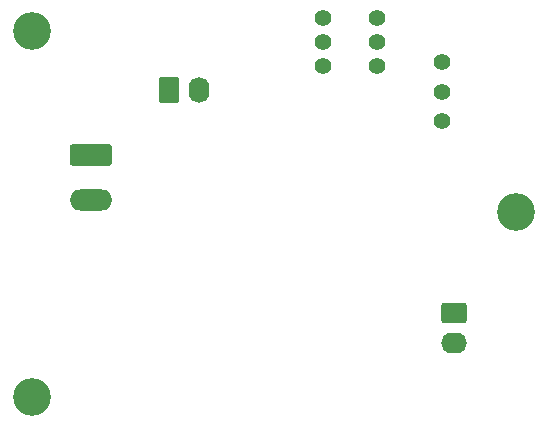
<source format=gbr>
%TF.GenerationSoftware,KiCad,Pcbnew,7.0.2-0*%
%TF.CreationDate,2023-05-10T21:03:08+08:00*%
%TF.ProjectId,LM317_supply_module,4c4d3331-375f-4737-9570-706c795f6d6f,rev?*%
%TF.SameCoordinates,Original*%
%TF.FileFunction,Soldermask,Bot*%
%TF.FilePolarity,Negative*%
%FSLAX46Y46*%
G04 Gerber Fmt 4.6, Leading zero omitted, Abs format (unit mm)*
G04 Created by KiCad (PCBNEW 7.0.2-0) date 2023-05-10 21:03:08*
%MOMM*%
%LPD*%
G01*
G04 APERTURE LIST*
G04 Aperture macros list*
%AMRoundRect*
0 Rectangle with rounded corners*
0 $1 Rounding radius*
0 $2 $3 $4 $5 $6 $7 $8 $9 X,Y pos of 4 corners*
0 Add a 4 corners polygon primitive as box body*
4,1,4,$2,$3,$4,$5,$6,$7,$8,$9,$2,$3,0*
0 Add four circle primitives for the rounded corners*
1,1,$1+$1,$2,$3*
1,1,$1+$1,$4,$5*
1,1,$1+$1,$6,$7*
1,1,$1+$1,$8,$9*
0 Add four rect primitives between the rounded corners*
20,1,$1+$1,$2,$3,$4,$5,0*
20,1,$1+$1,$4,$5,$6,$7,0*
20,1,$1+$1,$6,$7,$8,$9,0*
20,1,$1+$1,$8,$9,$2,$3,0*%
G04 Aperture macros list end*
%ADD10O,2.190000X1.740000*%
%ADD11RoundRect,0.250000X-0.845000X0.620000X-0.845000X-0.620000X0.845000X-0.620000X0.845000X0.620000X0*%
%ADD12O,3.600000X1.800000*%
%ADD13RoundRect,0.250000X-1.550000X0.650000X-1.550000X-0.650000X1.550000X-0.650000X1.550000X0.650000X0*%
%ADD14C,3.200000*%
%ADD15RoundRect,0.250000X-0.620000X-0.845000X0.620000X-0.845000X0.620000X0.845000X-0.620000X0.845000X0*%
%ADD16O,1.740000X2.190000*%
%ADD17C,1.400000*%
G04 APERTURE END LIST*
D10*
%TO.C,J3*%
X216900000Y-149590000D03*
D11*
X216900000Y-147050000D03*
%TD*%
D12*
%TO.C,J1*%
X186162500Y-137510000D03*
D13*
X186162500Y-133700000D03*
%TD*%
D14*
%TO.C,REF\u002A\u002A*%
X181200000Y-154200000D03*
%TD*%
D15*
%TO.C,J2*%
X192780000Y-128200000D03*
D16*
X195320000Y-128200000D03*
%TD*%
D14*
%TO.C,REF\u002A\u002A*%
X181200000Y-123200000D03*
%TD*%
D17*
%TO.C,RV1*%
X215935000Y-125867500D03*
X215935000Y-128367500D03*
X215935000Y-130867500D03*
%TD*%
D14*
%TO.C,REF\u002A\u002A*%
X222200000Y-138500000D03*
%TD*%
D17*
%TO.C,SW1*%
X210380000Y-126150000D03*
X205880000Y-126150000D03*
X210380000Y-124150000D03*
X205880000Y-124150000D03*
X210380000Y-122150000D03*
X205880000Y-122150000D03*
%TD*%
M02*

</source>
